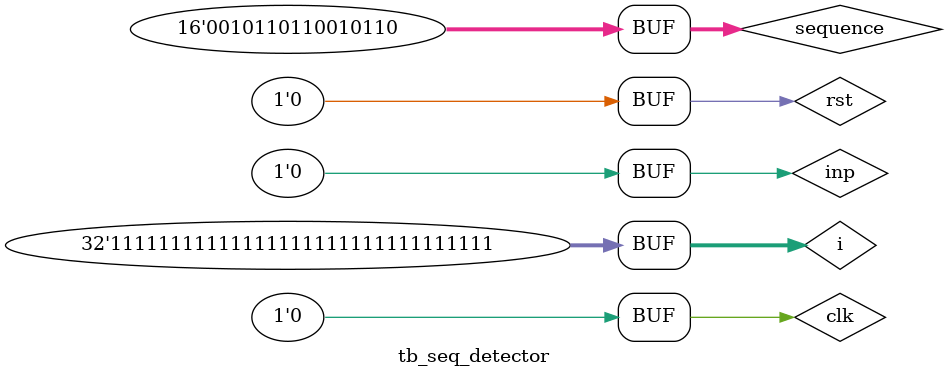
<source format=v>
`timescale 1ns / 1ps
`include "seq_detector.v"

module tb_seq_detector;

parameter n=16;
reg inp,clk,rst;
wire outp;
reg [n-1:0] sequence;

integer i;

seq_detector ans(inp,clk,rst,outp);

initial 
	begin
	clk=0;
	rst=1;
	sequence = 16'b0010110110010110;
	#5 rst=0;
	
	for(i=n-1;i>=0;i=i-1)
		begin
		inp=sequence[i];
		#2 clk=1;
		#2 clk=0;
		$display("State = ", ans.state, " Input = ", inp, " Output = ",outp);
		end
	end
endmodule


</source>
